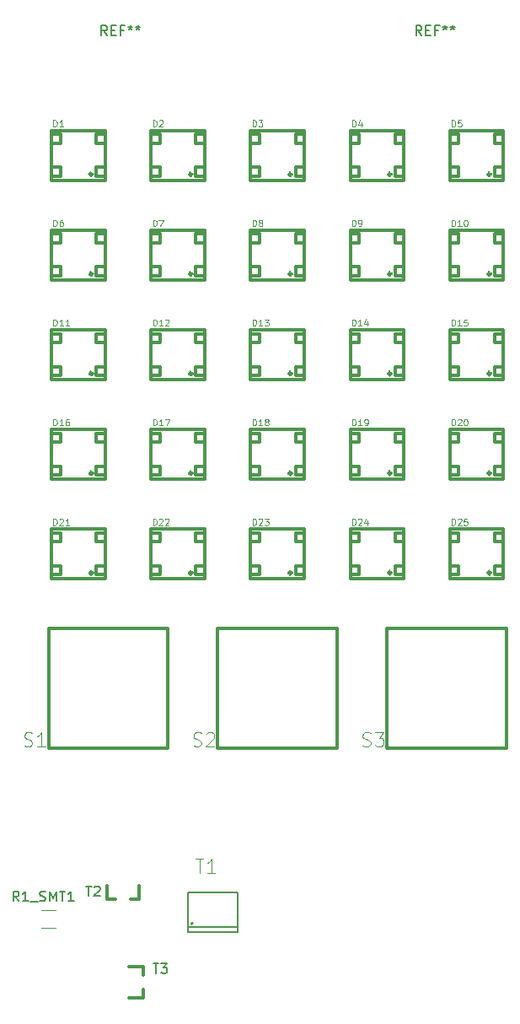
<source format=gbr>
%TF.GenerationSoftware,KiCad,Pcbnew,7.0.7*%
%TF.CreationDate,2023-09-14T14:46:07+02:00*%
%TF.ProjectId,WebW_rfel,57656257-fc72-4666-956c-2e6b69636164,rev?*%
%TF.SameCoordinates,Original*%
%TF.FileFunction,Legend,Top*%
%TF.FilePolarity,Positive*%
%FSLAX46Y46*%
G04 Gerber Fmt 4.6, Leading zero omitted, Abs format (unit mm)*
G04 Created by KiCad (PCBNEW 7.0.7) date 2023-09-14 14:46:07*
%MOMM*%
%LPD*%
G01*
G04 APERTURE LIST*
%ADD10C,0.150000*%
%ADD11C,0.056000*%
%ADD12C,0.120000*%
%ADD13C,0.160000*%
%ADD14C,0.300000*%
%ADD15C,0.200000*%
G04 APERTURE END LIST*
D10*
X116166666Y-48454819D02*
X115833333Y-47978628D01*
X115595238Y-48454819D02*
X115595238Y-47454819D01*
X115595238Y-47454819D02*
X115976190Y-47454819D01*
X115976190Y-47454819D02*
X116071428Y-47502438D01*
X116071428Y-47502438D02*
X116119047Y-47550057D01*
X116119047Y-47550057D02*
X116166666Y-47645295D01*
X116166666Y-47645295D02*
X116166666Y-47788152D01*
X116166666Y-47788152D02*
X116119047Y-47883390D01*
X116119047Y-47883390D02*
X116071428Y-47931009D01*
X116071428Y-47931009D02*
X115976190Y-47978628D01*
X115976190Y-47978628D02*
X115595238Y-47978628D01*
X116595238Y-47931009D02*
X116928571Y-47931009D01*
X117071428Y-48454819D02*
X116595238Y-48454819D01*
X116595238Y-48454819D02*
X116595238Y-47454819D01*
X116595238Y-47454819D02*
X117071428Y-47454819D01*
X117833333Y-47931009D02*
X117500000Y-47931009D01*
X117500000Y-48454819D02*
X117500000Y-47454819D01*
X117500000Y-47454819D02*
X117976190Y-47454819D01*
X118500000Y-47454819D02*
X118500000Y-47692914D01*
X118261905Y-47597676D02*
X118500000Y-47692914D01*
X118500000Y-47692914D02*
X118738095Y-47597676D01*
X118357143Y-47883390D02*
X118500000Y-47692914D01*
X118500000Y-47692914D02*
X118642857Y-47883390D01*
X119261905Y-47454819D02*
X119261905Y-47692914D01*
X119023810Y-47597676D02*
X119261905Y-47692914D01*
X119261905Y-47692914D02*
X119500000Y-47597676D01*
X119119048Y-47883390D02*
X119261905Y-47692914D01*
X119261905Y-47692914D02*
X119404762Y-47883390D01*
X147766666Y-48454819D02*
X147433333Y-47978628D01*
X147195238Y-48454819D02*
X147195238Y-47454819D01*
X147195238Y-47454819D02*
X147576190Y-47454819D01*
X147576190Y-47454819D02*
X147671428Y-47502438D01*
X147671428Y-47502438D02*
X147719047Y-47550057D01*
X147719047Y-47550057D02*
X147766666Y-47645295D01*
X147766666Y-47645295D02*
X147766666Y-47788152D01*
X147766666Y-47788152D02*
X147719047Y-47883390D01*
X147719047Y-47883390D02*
X147671428Y-47931009D01*
X147671428Y-47931009D02*
X147576190Y-47978628D01*
X147576190Y-47978628D02*
X147195238Y-47978628D01*
X148195238Y-47931009D02*
X148528571Y-47931009D01*
X148671428Y-48454819D02*
X148195238Y-48454819D01*
X148195238Y-48454819D02*
X148195238Y-47454819D01*
X148195238Y-47454819D02*
X148671428Y-47454819D01*
X149433333Y-47931009D02*
X149100000Y-47931009D01*
X149100000Y-48454819D02*
X149100000Y-47454819D01*
X149100000Y-47454819D02*
X149576190Y-47454819D01*
X150100000Y-47454819D02*
X150100000Y-47692914D01*
X149861905Y-47597676D02*
X150100000Y-47692914D01*
X150100000Y-47692914D02*
X150338095Y-47597676D01*
X149957143Y-47883390D02*
X150100000Y-47692914D01*
X150100000Y-47692914D02*
X150242857Y-47883390D01*
X150861905Y-47454819D02*
X150861905Y-47692914D01*
X150623810Y-47597676D02*
X150861905Y-47692914D01*
X150861905Y-47692914D02*
X151100000Y-47597676D01*
X150719048Y-47883390D02*
X150861905Y-47692914D01*
X150861905Y-47692914D02*
X151004762Y-47883390D01*
D11*
X150780175Y-77618274D02*
X150780175Y-76974274D01*
X150780175Y-76974274D02*
X150933508Y-76974274D01*
X150933508Y-76974274D02*
X151025508Y-77004941D01*
X151025508Y-77004941D02*
X151086842Y-77066274D01*
X151086842Y-77066274D02*
X151117508Y-77127608D01*
X151117508Y-77127608D02*
X151148175Y-77250274D01*
X151148175Y-77250274D02*
X151148175Y-77342274D01*
X151148175Y-77342274D02*
X151117508Y-77464941D01*
X151117508Y-77464941D02*
X151086842Y-77526274D01*
X151086842Y-77526274D02*
X151025508Y-77587608D01*
X151025508Y-77587608D02*
X150933508Y-77618274D01*
X150933508Y-77618274D02*
X150780175Y-77618274D01*
X151761508Y-77618274D02*
X151393508Y-77618274D01*
X151577508Y-77618274D02*
X151577508Y-76974274D01*
X151577508Y-76974274D02*
X151516175Y-77066274D01*
X151516175Y-77066274D02*
X151454842Y-77127608D01*
X151454842Y-77127608D02*
X151393508Y-77158274D01*
X152344175Y-76974274D02*
X152037508Y-76974274D01*
X152037508Y-76974274D02*
X152006841Y-77280941D01*
X152006841Y-77280941D02*
X152037508Y-77250274D01*
X152037508Y-77250274D02*
X152098841Y-77219608D01*
X152098841Y-77219608D02*
X152252175Y-77219608D01*
X152252175Y-77219608D02*
X152313508Y-77250274D01*
X152313508Y-77250274D02*
X152344175Y-77280941D01*
X152344175Y-77280941D02*
X152374841Y-77342274D01*
X152374841Y-77342274D02*
X152374841Y-77495608D01*
X152374841Y-77495608D02*
X152344175Y-77556941D01*
X152344175Y-77556941D02*
X152313508Y-77587608D01*
X152313508Y-77587608D02*
X152252175Y-77618274D01*
X152252175Y-77618274D02*
X152098841Y-77618274D01*
X152098841Y-77618274D02*
X152037508Y-77587608D01*
X152037508Y-77587608D02*
X152006841Y-77556941D01*
X130780175Y-87618274D02*
X130780175Y-86974274D01*
X130780175Y-86974274D02*
X130933508Y-86974274D01*
X130933508Y-86974274D02*
X131025508Y-87004941D01*
X131025508Y-87004941D02*
X131086842Y-87066274D01*
X131086842Y-87066274D02*
X131117508Y-87127608D01*
X131117508Y-87127608D02*
X131148175Y-87250274D01*
X131148175Y-87250274D02*
X131148175Y-87342274D01*
X131148175Y-87342274D02*
X131117508Y-87464941D01*
X131117508Y-87464941D02*
X131086842Y-87526274D01*
X131086842Y-87526274D02*
X131025508Y-87587608D01*
X131025508Y-87587608D02*
X130933508Y-87618274D01*
X130933508Y-87618274D02*
X130780175Y-87618274D01*
X131761508Y-87618274D02*
X131393508Y-87618274D01*
X131577508Y-87618274D02*
X131577508Y-86974274D01*
X131577508Y-86974274D02*
X131516175Y-87066274D01*
X131516175Y-87066274D02*
X131454842Y-87127608D01*
X131454842Y-87127608D02*
X131393508Y-87158274D01*
X132129508Y-87250274D02*
X132068175Y-87219608D01*
X132068175Y-87219608D02*
X132037508Y-87188941D01*
X132037508Y-87188941D02*
X132006841Y-87127608D01*
X132006841Y-87127608D02*
X132006841Y-87096941D01*
X132006841Y-87096941D02*
X132037508Y-87035608D01*
X132037508Y-87035608D02*
X132068175Y-87004941D01*
X132068175Y-87004941D02*
X132129508Y-86974274D01*
X132129508Y-86974274D02*
X132252175Y-86974274D01*
X132252175Y-86974274D02*
X132313508Y-87004941D01*
X132313508Y-87004941D02*
X132344175Y-87035608D01*
X132344175Y-87035608D02*
X132374841Y-87096941D01*
X132374841Y-87096941D02*
X132374841Y-87127608D01*
X132374841Y-87127608D02*
X132344175Y-87188941D01*
X132344175Y-87188941D02*
X132313508Y-87219608D01*
X132313508Y-87219608D02*
X132252175Y-87250274D01*
X132252175Y-87250274D02*
X132129508Y-87250274D01*
X132129508Y-87250274D02*
X132068175Y-87280941D01*
X132068175Y-87280941D02*
X132037508Y-87311608D01*
X132037508Y-87311608D02*
X132006841Y-87372941D01*
X132006841Y-87372941D02*
X132006841Y-87495608D01*
X132006841Y-87495608D02*
X132037508Y-87556941D01*
X132037508Y-87556941D02*
X132068175Y-87587608D01*
X132068175Y-87587608D02*
X132129508Y-87618274D01*
X132129508Y-87618274D02*
X132252175Y-87618274D01*
X132252175Y-87618274D02*
X132313508Y-87587608D01*
X132313508Y-87587608D02*
X132344175Y-87556941D01*
X132344175Y-87556941D02*
X132374841Y-87495608D01*
X132374841Y-87495608D02*
X132374841Y-87372941D01*
X132374841Y-87372941D02*
X132344175Y-87311608D01*
X132344175Y-87311608D02*
X132313508Y-87280941D01*
X132313508Y-87280941D02*
X132252175Y-87250274D01*
D12*
X107841804Y-119759160D02*
X108038947Y-119824874D01*
X108038947Y-119824874D02*
X108367518Y-119824874D01*
X108367518Y-119824874D02*
X108498947Y-119759160D01*
X108498947Y-119759160D02*
X108564661Y-119693445D01*
X108564661Y-119693445D02*
X108630375Y-119562017D01*
X108630375Y-119562017D02*
X108630375Y-119430588D01*
X108630375Y-119430588D02*
X108564661Y-119299160D01*
X108564661Y-119299160D02*
X108498947Y-119233445D01*
X108498947Y-119233445D02*
X108367518Y-119167731D01*
X108367518Y-119167731D02*
X108104661Y-119102017D01*
X108104661Y-119102017D02*
X107973232Y-119036302D01*
X107973232Y-119036302D02*
X107907518Y-118970588D01*
X107907518Y-118970588D02*
X107841804Y-118839160D01*
X107841804Y-118839160D02*
X107841804Y-118707731D01*
X107841804Y-118707731D02*
X107907518Y-118576302D01*
X107907518Y-118576302D02*
X107973232Y-118510588D01*
X107973232Y-118510588D02*
X108104661Y-118444874D01*
X108104661Y-118444874D02*
X108433232Y-118444874D01*
X108433232Y-118444874D02*
X108630375Y-118510588D01*
X109944661Y-119824874D02*
X109156090Y-119824874D01*
X109550375Y-119824874D02*
X109550375Y-118444874D01*
X109550375Y-118444874D02*
X109418947Y-118642017D01*
X109418947Y-118642017D02*
X109287518Y-118773445D01*
X109287518Y-118773445D02*
X109156090Y-118839160D01*
D11*
X130780175Y-57618274D02*
X130780175Y-56974274D01*
X130780175Y-56974274D02*
X130933508Y-56974274D01*
X130933508Y-56974274D02*
X131025508Y-57004941D01*
X131025508Y-57004941D02*
X131086842Y-57066274D01*
X131086842Y-57066274D02*
X131117508Y-57127608D01*
X131117508Y-57127608D02*
X131148175Y-57250274D01*
X131148175Y-57250274D02*
X131148175Y-57342274D01*
X131148175Y-57342274D02*
X131117508Y-57464941D01*
X131117508Y-57464941D02*
X131086842Y-57526274D01*
X131086842Y-57526274D02*
X131025508Y-57587608D01*
X131025508Y-57587608D02*
X130933508Y-57618274D01*
X130933508Y-57618274D02*
X130780175Y-57618274D01*
X131362842Y-56974274D02*
X131761508Y-56974274D01*
X131761508Y-56974274D02*
X131546842Y-57219608D01*
X131546842Y-57219608D02*
X131638842Y-57219608D01*
X131638842Y-57219608D02*
X131700175Y-57250274D01*
X131700175Y-57250274D02*
X131730842Y-57280941D01*
X131730842Y-57280941D02*
X131761508Y-57342274D01*
X131761508Y-57342274D02*
X131761508Y-57495608D01*
X131761508Y-57495608D02*
X131730842Y-57556941D01*
X131730842Y-57556941D02*
X131700175Y-57587608D01*
X131700175Y-57587608D02*
X131638842Y-57618274D01*
X131638842Y-57618274D02*
X131454842Y-57618274D01*
X131454842Y-57618274D02*
X131393508Y-57587608D01*
X131393508Y-57587608D02*
X131362842Y-57556941D01*
X140780175Y-87618274D02*
X140780175Y-86974274D01*
X140780175Y-86974274D02*
X140933508Y-86974274D01*
X140933508Y-86974274D02*
X141025508Y-87004941D01*
X141025508Y-87004941D02*
X141086842Y-87066274D01*
X141086842Y-87066274D02*
X141117508Y-87127608D01*
X141117508Y-87127608D02*
X141148175Y-87250274D01*
X141148175Y-87250274D02*
X141148175Y-87342274D01*
X141148175Y-87342274D02*
X141117508Y-87464941D01*
X141117508Y-87464941D02*
X141086842Y-87526274D01*
X141086842Y-87526274D02*
X141025508Y-87587608D01*
X141025508Y-87587608D02*
X140933508Y-87618274D01*
X140933508Y-87618274D02*
X140780175Y-87618274D01*
X141761508Y-87618274D02*
X141393508Y-87618274D01*
X141577508Y-87618274D02*
X141577508Y-86974274D01*
X141577508Y-86974274D02*
X141516175Y-87066274D01*
X141516175Y-87066274D02*
X141454842Y-87127608D01*
X141454842Y-87127608D02*
X141393508Y-87158274D01*
X142068175Y-87618274D02*
X142190841Y-87618274D01*
X142190841Y-87618274D02*
X142252175Y-87587608D01*
X142252175Y-87587608D02*
X142282841Y-87556941D01*
X142282841Y-87556941D02*
X142344175Y-87464941D01*
X142344175Y-87464941D02*
X142374841Y-87342274D01*
X142374841Y-87342274D02*
X142374841Y-87096941D01*
X142374841Y-87096941D02*
X142344175Y-87035608D01*
X142344175Y-87035608D02*
X142313508Y-87004941D01*
X142313508Y-87004941D02*
X142252175Y-86974274D01*
X142252175Y-86974274D02*
X142129508Y-86974274D01*
X142129508Y-86974274D02*
X142068175Y-87004941D01*
X142068175Y-87004941D02*
X142037508Y-87035608D01*
X142037508Y-87035608D02*
X142006841Y-87096941D01*
X142006841Y-87096941D02*
X142006841Y-87250274D01*
X142006841Y-87250274D02*
X142037508Y-87311608D01*
X142037508Y-87311608D02*
X142068175Y-87342274D01*
X142068175Y-87342274D02*
X142129508Y-87372941D01*
X142129508Y-87372941D02*
X142252175Y-87372941D01*
X142252175Y-87372941D02*
X142313508Y-87342274D01*
X142313508Y-87342274D02*
X142344175Y-87311608D01*
X142344175Y-87311608D02*
X142374841Y-87250274D01*
X110780175Y-87618274D02*
X110780175Y-86974274D01*
X110780175Y-86974274D02*
X110933508Y-86974274D01*
X110933508Y-86974274D02*
X111025508Y-87004941D01*
X111025508Y-87004941D02*
X111086842Y-87066274D01*
X111086842Y-87066274D02*
X111117508Y-87127608D01*
X111117508Y-87127608D02*
X111148175Y-87250274D01*
X111148175Y-87250274D02*
X111148175Y-87342274D01*
X111148175Y-87342274D02*
X111117508Y-87464941D01*
X111117508Y-87464941D02*
X111086842Y-87526274D01*
X111086842Y-87526274D02*
X111025508Y-87587608D01*
X111025508Y-87587608D02*
X110933508Y-87618274D01*
X110933508Y-87618274D02*
X110780175Y-87618274D01*
X111761508Y-87618274D02*
X111393508Y-87618274D01*
X111577508Y-87618274D02*
X111577508Y-86974274D01*
X111577508Y-86974274D02*
X111516175Y-87066274D01*
X111516175Y-87066274D02*
X111454842Y-87127608D01*
X111454842Y-87127608D02*
X111393508Y-87158274D01*
X112313508Y-86974274D02*
X112190841Y-86974274D01*
X112190841Y-86974274D02*
X112129508Y-87004941D01*
X112129508Y-87004941D02*
X112098841Y-87035608D01*
X112098841Y-87035608D02*
X112037508Y-87127608D01*
X112037508Y-87127608D02*
X112006841Y-87250274D01*
X112006841Y-87250274D02*
X112006841Y-87495608D01*
X112006841Y-87495608D02*
X112037508Y-87556941D01*
X112037508Y-87556941D02*
X112068175Y-87587608D01*
X112068175Y-87587608D02*
X112129508Y-87618274D01*
X112129508Y-87618274D02*
X112252175Y-87618274D01*
X112252175Y-87618274D02*
X112313508Y-87587608D01*
X112313508Y-87587608D02*
X112344175Y-87556941D01*
X112344175Y-87556941D02*
X112374841Y-87495608D01*
X112374841Y-87495608D02*
X112374841Y-87342274D01*
X112374841Y-87342274D02*
X112344175Y-87280941D01*
X112344175Y-87280941D02*
X112313508Y-87250274D01*
X112313508Y-87250274D02*
X112252175Y-87219608D01*
X112252175Y-87219608D02*
X112129508Y-87219608D01*
X112129508Y-87219608D02*
X112068175Y-87250274D01*
X112068175Y-87250274D02*
X112037508Y-87280941D01*
X112037508Y-87280941D02*
X112006841Y-87342274D01*
D10*
X107297618Y-135364819D02*
X106964285Y-134888628D01*
X106726190Y-135364819D02*
X106726190Y-134364819D01*
X106726190Y-134364819D02*
X107107142Y-134364819D01*
X107107142Y-134364819D02*
X107202380Y-134412438D01*
X107202380Y-134412438D02*
X107249999Y-134460057D01*
X107249999Y-134460057D02*
X107297618Y-134555295D01*
X107297618Y-134555295D02*
X107297618Y-134698152D01*
X107297618Y-134698152D02*
X107249999Y-134793390D01*
X107249999Y-134793390D02*
X107202380Y-134841009D01*
X107202380Y-134841009D02*
X107107142Y-134888628D01*
X107107142Y-134888628D02*
X106726190Y-134888628D01*
X108249999Y-135364819D02*
X107678571Y-135364819D01*
X107964285Y-135364819D02*
X107964285Y-134364819D01*
X107964285Y-134364819D02*
X107869047Y-134507676D01*
X107869047Y-134507676D02*
X107773809Y-134602914D01*
X107773809Y-134602914D02*
X107678571Y-134650533D01*
X108440476Y-135460057D02*
X109202380Y-135460057D01*
X109392857Y-135317200D02*
X109535714Y-135364819D01*
X109535714Y-135364819D02*
X109773809Y-135364819D01*
X109773809Y-135364819D02*
X109869047Y-135317200D01*
X109869047Y-135317200D02*
X109916666Y-135269580D01*
X109916666Y-135269580D02*
X109964285Y-135174342D01*
X109964285Y-135174342D02*
X109964285Y-135079104D01*
X109964285Y-135079104D02*
X109916666Y-134983866D01*
X109916666Y-134983866D02*
X109869047Y-134936247D01*
X109869047Y-134936247D02*
X109773809Y-134888628D01*
X109773809Y-134888628D02*
X109583333Y-134841009D01*
X109583333Y-134841009D02*
X109488095Y-134793390D01*
X109488095Y-134793390D02*
X109440476Y-134745771D01*
X109440476Y-134745771D02*
X109392857Y-134650533D01*
X109392857Y-134650533D02*
X109392857Y-134555295D01*
X109392857Y-134555295D02*
X109440476Y-134460057D01*
X109440476Y-134460057D02*
X109488095Y-134412438D01*
X109488095Y-134412438D02*
X109583333Y-134364819D01*
X109583333Y-134364819D02*
X109821428Y-134364819D01*
X109821428Y-134364819D02*
X109964285Y-134412438D01*
X110392857Y-135364819D02*
X110392857Y-134364819D01*
X110392857Y-134364819D02*
X110726190Y-135079104D01*
X110726190Y-135079104D02*
X111059523Y-134364819D01*
X111059523Y-134364819D02*
X111059523Y-135364819D01*
X111392857Y-134364819D02*
X111964285Y-134364819D01*
X111678571Y-135364819D02*
X111678571Y-134364819D01*
X112821428Y-135364819D02*
X112250000Y-135364819D01*
X112535714Y-135364819D02*
X112535714Y-134364819D01*
X112535714Y-134364819D02*
X112440476Y-134507676D01*
X112440476Y-134507676D02*
X112345238Y-134602914D01*
X112345238Y-134602914D02*
X112250000Y-134650533D01*
D11*
X140780175Y-77618274D02*
X140780175Y-76974274D01*
X140780175Y-76974274D02*
X140933508Y-76974274D01*
X140933508Y-76974274D02*
X141025508Y-77004941D01*
X141025508Y-77004941D02*
X141086842Y-77066274D01*
X141086842Y-77066274D02*
X141117508Y-77127608D01*
X141117508Y-77127608D02*
X141148175Y-77250274D01*
X141148175Y-77250274D02*
X141148175Y-77342274D01*
X141148175Y-77342274D02*
X141117508Y-77464941D01*
X141117508Y-77464941D02*
X141086842Y-77526274D01*
X141086842Y-77526274D02*
X141025508Y-77587608D01*
X141025508Y-77587608D02*
X140933508Y-77618274D01*
X140933508Y-77618274D02*
X140780175Y-77618274D01*
X141761508Y-77618274D02*
X141393508Y-77618274D01*
X141577508Y-77618274D02*
X141577508Y-76974274D01*
X141577508Y-76974274D02*
X141516175Y-77066274D01*
X141516175Y-77066274D02*
X141454842Y-77127608D01*
X141454842Y-77127608D02*
X141393508Y-77158274D01*
X142313508Y-77188941D02*
X142313508Y-77618274D01*
X142160175Y-76943608D02*
X142006841Y-77403608D01*
X142006841Y-77403608D02*
X142405508Y-77403608D01*
X120780175Y-57618274D02*
X120780175Y-56974274D01*
X120780175Y-56974274D02*
X120933508Y-56974274D01*
X120933508Y-56974274D02*
X121025508Y-57004941D01*
X121025508Y-57004941D02*
X121086842Y-57066274D01*
X121086842Y-57066274D02*
X121117508Y-57127608D01*
X121117508Y-57127608D02*
X121148175Y-57250274D01*
X121148175Y-57250274D02*
X121148175Y-57342274D01*
X121148175Y-57342274D02*
X121117508Y-57464941D01*
X121117508Y-57464941D02*
X121086842Y-57526274D01*
X121086842Y-57526274D02*
X121025508Y-57587608D01*
X121025508Y-57587608D02*
X120933508Y-57618274D01*
X120933508Y-57618274D02*
X120780175Y-57618274D01*
X121393508Y-57035608D02*
X121424175Y-57004941D01*
X121424175Y-57004941D02*
X121485508Y-56974274D01*
X121485508Y-56974274D02*
X121638842Y-56974274D01*
X121638842Y-56974274D02*
X121700175Y-57004941D01*
X121700175Y-57004941D02*
X121730842Y-57035608D01*
X121730842Y-57035608D02*
X121761508Y-57096941D01*
X121761508Y-57096941D02*
X121761508Y-57158274D01*
X121761508Y-57158274D02*
X121730842Y-57250274D01*
X121730842Y-57250274D02*
X121362842Y-57618274D01*
X121362842Y-57618274D02*
X121761508Y-57618274D01*
D13*
X114025689Y-133869299D02*
X114597117Y-133869299D01*
X114311403Y-134869299D02*
X114311403Y-133869299D01*
X114882832Y-133964537D02*
X114930451Y-133916918D01*
X114930451Y-133916918D02*
X115025689Y-133869299D01*
X115025689Y-133869299D02*
X115263784Y-133869299D01*
X115263784Y-133869299D02*
X115359022Y-133916918D01*
X115359022Y-133916918D02*
X115406641Y-133964537D01*
X115406641Y-133964537D02*
X115454260Y-134059775D01*
X115454260Y-134059775D02*
X115454260Y-134155013D01*
X115454260Y-134155013D02*
X115406641Y-134297870D01*
X115406641Y-134297870D02*
X114835213Y-134869299D01*
X114835213Y-134869299D02*
X115454260Y-134869299D01*
D11*
X140780175Y-97618274D02*
X140780175Y-96974274D01*
X140780175Y-96974274D02*
X140933508Y-96974274D01*
X140933508Y-96974274D02*
X141025508Y-97004941D01*
X141025508Y-97004941D02*
X141086842Y-97066274D01*
X141086842Y-97066274D02*
X141117508Y-97127608D01*
X141117508Y-97127608D02*
X141148175Y-97250274D01*
X141148175Y-97250274D02*
X141148175Y-97342274D01*
X141148175Y-97342274D02*
X141117508Y-97464941D01*
X141117508Y-97464941D02*
X141086842Y-97526274D01*
X141086842Y-97526274D02*
X141025508Y-97587608D01*
X141025508Y-97587608D02*
X140933508Y-97618274D01*
X140933508Y-97618274D02*
X140780175Y-97618274D01*
X141393508Y-97035608D02*
X141424175Y-97004941D01*
X141424175Y-97004941D02*
X141485508Y-96974274D01*
X141485508Y-96974274D02*
X141638842Y-96974274D01*
X141638842Y-96974274D02*
X141700175Y-97004941D01*
X141700175Y-97004941D02*
X141730842Y-97035608D01*
X141730842Y-97035608D02*
X141761508Y-97096941D01*
X141761508Y-97096941D02*
X141761508Y-97158274D01*
X141761508Y-97158274D02*
X141730842Y-97250274D01*
X141730842Y-97250274D02*
X141362842Y-97618274D01*
X141362842Y-97618274D02*
X141761508Y-97618274D01*
X142313508Y-97188941D02*
X142313508Y-97618274D01*
X142160175Y-96943608D02*
X142006841Y-97403608D01*
X142006841Y-97403608D02*
X142405508Y-97403608D01*
X150780175Y-97618274D02*
X150780175Y-96974274D01*
X150780175Y-96974274D02*
X150933508Y-96974274D01*
X150933508Y-96974274D02*
X151025508Y-97004941D01*
X151025508Y-97004941D02*
X151086842Y-97066274D01*
X151086842Y-97066274D02*
X151117508Y-97127608D01*
X151117508Y-97127608D02*
X151148175Y-97250274D01*
X151148175Y-97250274D02*
X151148175Y-97342274D01*
X151148175Y-97342274D02*
X151117508Y-97464941D01*
X151117508Y-97464941D02*
X151086842Y-97526274D01*
X151086842Y-97526274D02*
X151025508Y-97587608D01*
X151025508Y-97587608D02*
X150933508Y-97618274D01*
X150933508Y-97618274D02*
X150780175Y-97618274D01*
X151393508Y-97035608D02*
X151424175Y-97004941D01*
X151424175Y-97004941D02*
X151485508Y-96974274D01*
X151485508Y-96974274D02*
X151638842Y-96974274D01*
X151638842Y-96974274D02*
X151700175Y-97004941D01*
X151700175Y-97004941D02*
X151730842Y-97035608D01*
X151730842Y-97035608D02*
X151761508Y-97096941D01*
X151761508Y-97096941D02*
X151761508Y-97158274D01*
X151761508Y-97158274D02*
X151730842Y-97250274D01*
X151730842Y-97250274D02*
X151362842Y-97618274D01*
X151362842Y-97618274D02*
X151761508Y-97618274D01*
X152344175Y-96974274D02*
X152037508Y-96974274D01*
X152037508Y-96974274D02*
X152006841Y-97280941D01*
X152006841Y-97280941D02*
X152037508Y-97250274D01*
X152037508Y-97250274D02*
X152098841Y-97219608D01*
X152098841Y-97219608D02*
X152252175Y-97219608D01*
X152252175Y-97219608D02*
X152313508Y-97250274D01*
X152313508Y-97250274D02*
X152344175Y-97280941D01*
X152344175Y-97280941D02*
X152374841Y-97342274D01*
X152374841Y-97342274D02*
X152374841Y-97495608D01*
X152374841Y-97495608D02*
X152344175Y-97556941D01*
X152344175Y-97556941D02*
X152313508Y-97587608D01*
X152313508Y-97587608D02*
X152252175Y-97618274D01*
X152252175Y-97618274D02*
X152098841Y-97618274D01*
X152098841Y-97618274D02*
X152037508Y-97587608D01*
X152037508Y-97587608D02*
X152006841Y-97556941D01*
X150780175Y-87618274D02*
X150780175Y-86974274D01*
X150780175Y-86974274D02*
X150933508Y-86974274D01*
X150933508Y-86974274D02*
X151025508Y-87004941D01*
X151025508Y-87004941D02*
X151086842Y-87066274D01*
X151086842Y-87066274D02*
X151117508Y-87127608D01*
X151117508Y-87127608D02*
X151148175Y-87250274D01*
X151148175Y-87250274D02*
X151148175Y-87342274D01*
X151148175Y-87342274D02*
X151117508Y-87464941D01*
X151117508Y-87464941D02*
X151086842Y-87526274D01*
X151086842Y-87526274D02*
X151025508Y-87587608D01*
X151025508Y-87587608D02*
X150933508Y-87618274D01*
X150933508Y-87618274D02*
X150780175Y-87618274D01*
X151393508Y-87035608D02*
X151424175Y-87004941D01*
X151424175Y-87004941D02*
X151485508Y-86974274D01*
X151485508Y-86974274D02*
X151638842Y-86974274D01*
X151638842Y-86974274D02*
X151700175Y-87004941D01*
X151700175Y-87004941D02*
X151730842Y-87035608D01*
X151730842Y-87035608D02*
X151761508Y-87096941D01*
X151761508Y-87096941D02*
X151761508Y-87158274D01*
X151761508Y-87158274D02*
X151730842Y-87250274D01*
X151730842Y-87250274D02*
X151362842Y-87618274D01*
X151362842Y-87618274D02*
X151761508Y-87618274D01*
X152160175Y-86974274D02*
X152221508Y-86974274D01*
X152221508Y-86974274D02*
X152282841Y-87004941D01*
X152282841Y-87004941D02*
X152313508Y-87035608D01*
X152313508Y-87035608D02*
X152344175Y-87096941D01*
X152344175Y-87096941D02*
X152374841Y-87219608D01*
X152374841Y-87219608D02*
X152374841Y-87372941D01*
X152374841Y-87372941D02*
X152344175Y-87495608D01*
X152344175Y-87495608D02*
X152313508Y-87556941D01*
X152313508Y-87556941D02*
X152282841Y-87587608D01*
X152282841Y-87587608D02*
X152221508Y-87618274D01*
X152221508Y-87618274D02*
X152160175Y-87618274D01*
X152160175Y-87618274D02*
X152098841Y-87587608D01*
X152098841Y-87587608D02*
X152068175Y-87556941D01*
X152068175Y-87556941D02*
X152037508Y-87495608D01*
X152037508Y-87495608D02*
X152006841Y-87372941D01*
X152006841Y-87372941D02*
X152006841Y-87219608D01*
X152006841Y-87219608D02*
X152037508Y-87096941D01*
X152037508Y-87096941D02*
X152068175Y-87035608D01*
X152068175Y-87035608D02*
X152098841Y-87004941D01*
X152098841Y-87004941D02*
X152160175Y-86974274D01*
X110780175Y-77618274D02*
X110780175Y-76974274D01*
X110780175Y-76974274D02*
X110933508Y-76974274D01*
X110933508Y-76974274D02*
X111025508Y-77004941D01*
X111025508Y-77004941D02*
X111086842Y-77066274D01*
X111086842Y-77066274D02*
X111117508Y-77127608D01*
X111117508Y-77127608D02*
X111148175Y-77250274D01*
X111148175Y-77250274D02*
X111148175Y-77342274D01*
X111148175Y-77342274D02*
X111117508Y-77464941D01*
X111117508Y-77464941D02*
X111086842Y-77526274D01*
X111086842Y-77526274D02*
X111025508Y-77587608D01*
X111025508Y-77587608D02*
X110933508Y-77618274D01*
X110933508Y-77618274D02*
X110780175Y-77618274D01*
X111761508Y-77618274D02*
X111393508Y-77618274D01*
X111577508Y-77618274D02*
X111577508Y-76974274D01*
X111577508Y-76974274D02*
X111516175Y-77066274D01*
X111516175Y-77066274D02*
X111454842Y-77127608D01*
X111454842Y-77127608D02*
X111393508Y-77158274D01*
X112374841Y-77618274D02*
X112006841Y-77618274D01*
X112190841Y-77618274D02*
X112190841Y-76974274D01*
X112190841Y-76974274D02*
X112129508Y-77066274D01*
X112129508Y-77066274D02*
X112068175Y-77127608D01*
X112068175Y-77127608D02*
X112006841Y-77158274D01*
D12*
X141841804Y-119759160D02*
X142038947Y-119824874D01*
X142038947Y-119824874D02*
X142367518Y-119824874D01*
X142367518Y-119824874D02*
X142498947Y-119759160D01*
X142498947Y-119759160D02*
X142564661Y-119693445D01*
X142564661Y-119693445D02*
X142630375Y-119562017D01*
X142630375Y-119562017D02*
X142630375Y-119430588D01*
X142630375Y-119430588D02*
X142564661Y-119299160D01*
X142564661Y-119299160D02*
X142498947Y-119233445D01*
X142498947Y-119233445D02*
X142367518Y-119167731D01*
X142367518Y-119167731D02*
X142104661Y-119102017D01*
X142104661Y-119102017D02*
X141973232Y-119036302D01*
X141973232Y-119036302D02*
X141907518Y-118970588D01*
X141907518Y-118970588D02*
X141841804Y-118839160D01*
X141841804Y-118839160D02*
X141841804Y-118707731D01*
X141841804Y-118707731D02*
X141907518Y-118576302D01*
X141907518Y-118576302D02*
X141973232Y-118510588D01*
X141973232Y-118510588D02*
X142104661Y-118444874D01*
X142104661Y-118444874D02*
X142433232Y-118444874D01*
X142433232Y-118444874D02*
X142630375Y-118510588D01*
X143090375Y-118444874D02*
X143944661Y-118444874D01*
X143944661Y-118444874D02*
X143484661Y-118970588D01*
X143484661Y-118970588D02*
X143681804Y-118970588D01*
X143681804Y-118970588D02*
X143813233Y-119036302D01*
X143813233Y-119036302D02*
X143878947Y-119102017D01*
X143878947Y-119102017D02*
X143944661Y-119233445D01*
X143944661Y-119233445D02*
X143944661Y-119562017D01*
X143944661Y-119562017D02*
X143878947Y-119693445D01*
X143878947Y-119693445D02*
X143813233Y-119759160D01*
X143813233Y-119759160D02*
X143681804Y-119824874D01*
X143681804Y-119824874D02*
X143287518Y-119824874D01*
X143287518Y-119824874D02*
X143156090Y-119759160D01*
X143156090Y-119759160D02*
X143090375Y-119693445D01*
D11*
X110780175Y-97618274D02*
X110780175Y-96974274D01*
X110780175Y-96974274D02*
X110933508Y-96974274D01*
X110933508Y-96974274D02*
X111025508Y-97004941D01*
X111025508Y-97004941D02*
X111086842Y-97066274D01*
X111086842Y-97066274D02*
X111117508Y-97127608D01*
X111117508Y-97127608D02*
X111148175Y-97250274D01*
X111148175Y-97250274D02*
X111148175Y-97342274D01*
X111148175Y-97342274D02*
X111117508Y-97464941D01*
X111117508Y-97464941D02*
X111086842Y-97526274D01*
X111086842Y-97526274D02*
X111025508Y-97587608D01*
X111025508Y-97587608D02*
X110933508Y-97618274D01*
X110933508Y-97618274D02*
X110780175Y-97618274D01*
X111393508Y-97035608D02*
X111424175Y-97004941D01*
X111424175Y-97004941D02*
X111485508Y-96974274D01*
X111485508Y-96974274D02*
X111638842Y-96974274D01*
X111638842Y-96974274D02*
X111700175Y-97004941D01*
X111700175Y-97004941D02*
X111730842Y-97035608D01*
X111730842Y-97035608D02*
X111761508Y-97096941D01*
X111761508Y-97096941D02*
X111761508Y-97158274D01*
X111761508Y-97158274D02*
X111730842Y-97250274D01*
X111730842Y-97250274D02*
X111362842Y-97618274D01*
X111362842Y-97618274D02*
X111761508Y-97618274D01*
X112374841Y-97618274D02*
X112006841Y-97618274D01*
X112190841Y-97618274D02*
X112190841Y-96974274D01*
X112190841Y-96974274D02*
X112129508Y-97066274D01*
X112129508Y-97066274D02*
X112068175Y-97127608D01*
X112068175Y-97127608D02*
X112006841Y-97158274D01*
X120780175Y-77618274D02*
X120780175Y-76974274D01*
X120780175Y-76974274D02*
X120933508Y-76974274D01*
X120933508Y-76974274D02*
X121025508Y-77004941D01*
X121025508Y-77004941D02*
X121086842Y-77066274D01*
X121086842Y-77066274D02*
X121117508Y-77127608D01*
X121117508Y-77127608D02*
X121148175Y-77250274D01*
X121148175Y-77250274D02*
X121148175Y-77342274D01*
X121148175Y-77342274D02*
X121117508Y-77464941D01*
X121117508Y-77464941D02*
X121086842Y-77526274D01*
X121086842Y-77526274D02*
X121025508Y-77587608D01*
X121025508Y-77587608D02*
X120933508Y-77618274D01*
X120933508Y-77618274D02*
X120780175Y-77618274D01*
X121761508Y-77618274D02*
X121393508Y-77618274D01*
X121577508Y-77618274D02*
X121577508Y-76974274D01*
X121577508Y-76974274D02*
X121516175Y-77066274D01*
X121516175Y-77066274D02*
X121454842Y-77127608D01*
X121454842Y-77127608D02*
X121393508Y-77158274D01*
X122006841Y-77035608D02*
X122037508Y-77004941D01*
X122037508Y-77004941D02*
X122098841Y-76974274D01*
X122098841Y-76974274D02*
X122252175Y-76974274D01*
X122252175Y-76974274D02*
X122313508Y-77004941D01*
X122313508Y-77004941D02*
X122344175Y-77035608D01*
X122344175Y-77035608D02*
X122374841Y-77096941D01*
X122374841Y-77096941D02*
X122374841Y-77158274D01*
X122374841Y-77158274D02*
X122344175Y-77250274D01*
X122344175Y-77250274D02*
X121976175Y-77618274D01*
X121976175Y-77618274D02*
X122374841Y-77618274D01*
X110780175Y-67618274D02*
X110780175Y-66974274D01*
X110780175Y-66974274D02*
X110933508Y-66974274D01*
X110933508Y-66974274D02*
X111025508Y-67004941D01*
X111025508Y-67004941D02*
X111086842Y-67066274D01*
X111086842Y-67066274D02*
X111117508Y-67127608D01*
X111117508Y-67127608D02*
X111148175Y-67250274D01*
X111148175Y-67250274D02*
X111148175Y-67342274D01*
X111148175Y-67342274D02*
X111117508Y-67464941D01*
X111117508Y-67464941D02*
X111086842Y-67526274D01*
X111086842Y-67526274D02*
X111025508Y-67587608D01*
X111025508Y-67587608D02*
X110933508Y-67618274D01*
X110933508Y-67618274D02*
X110780175Y-67618274D01*
X111700175Y-66974274D02*
X111577508Y-66974274D01*
X111577508Y-66974274D02*
X111516175Y-67004941D01*
X111516175Y-67004941D02*
X111485508Y-67035608D01*
X111485508Y-67035608D02*
X111424175Y-67127608D01*
X111424175Y-67127608D02*
X111393508Y-67250274D01*
X111393508Y-67250274D02*
X111393508Y-67495608D01*
X111393508Y-67495608D02*
X111424175Y-67556941D01*
X111424175Y-67556941D02*
X111454842Y-67587608D01*
X111454842Y-67587608D02*
X111516175Y-67618274D01*
X111516175Y-67618274D02*
X111638842Y-67618274D01*
X111638842Y-67618274D02*
X111700175Y-67587608D01*
X111700175Y-67587608D02*
X111730842Y-67556941D01*
X111730842Y-67556941D02*
X111761508Y-67495608D01*
X111761508Y-67495608D02*
X111761508Y-67342274D01*
X111761508Y-67342274D02*
X111730842Y-67280941D01*
X111730842Y-67280941D02*
X111700175Y-67250274D01*
X111700175Y-67250274D02*
X111638842Y-67219608D01*
X111638842Y-67219608D02*
X111516175Y-67219608D01*
X111516175Y-67219608D02*
X111454842Y-67250274D01*
X111454842Y-67250274D02*
X111424175Y-67280941D01*
X111424175Y-67280941D02*
X111393508Y-67342274D01*
X130780175Y-77618274D02*
X130780175Y-76974274D01*
X130780175Y-76974274D02*
X130933508Y-76974274D01*
X130933508Y-76974274D02*
X131025508Y-77004941D01*
X131025508Y-77004941D02*
X131086842Y-77066274D01*
X131086842Y-77066274D02*
X131117508Y-77127608D01*
X131117508Y-77127608D02*
X131148175Y-77250274D01*
X131148175Y-77250274D02*
X131148175Y-77342274D01*
X131148175Y-77342274D02*
X131117508Y-77464941D01*
X131117508Y-77464941D02*
X131086842Y-77526274D01*
X131086842Y-77526274D02*
X131025508Y-77587608D01*
X131025508Y-77587608D02*
X130933508Y-77618274D01*
X130933508Y-77618274D02*
X130780175Y-77618274D01*
X131761508Y-77618274D02*
X131393508Y-77618274D01*
X131577508Y-77618274D02*
X131577508Y-76974274D01*
X131577508Y-76974274D02*
X131516175Y-77066274D01*
X131516175Y-77066274D02*
X131454842Y-77127608D01*
X131454842Y-77127608D02*
X131393508Y-77158274D01*
X131976175Y-76974274D02*
X132374841Y-76974274D01*
X132374841Y-76974274D02*
X132160175Y-77219608D01*
X132160175Y-77219608D02*
X132252175Y-77219608D01*
X132252175Y-77219608D02*
X132313508Y-77250274D01*
X132313508Y-77250274D02*
X132344175Y-77280941D01*
X132344175Y-77280941D02*
X132374841Y-77342274D01*
X132374841Y-77342274D02*
X132374841Y-77495608D01*
X132374841Y-77495608D02*
X132344175Y-77556941D01*
X132344175Y-77556941D02*
X132313508Y-77587608D01*
X132313508Y-77587608D02*
X132252175Y-77618274D01*
X132252175Y-77618274D02*
X132068175Y-77618274D01*
X132068175Y-77618274D02*
X132006841Y-77587608D01*
X132006841Y-77587608D02*
X131976175Y-77556941D01*
X150780175Y-67618274D02*
X150780175Y-66974274D01*
X150780175Y-66974274D02*
X150933508Y-66974274D01*
X150933508Y-66974274D02*
X151025508Y-67004941D01*
X151025508Y-67004941D02*
X151086842Y-67066274D01*
X151086842Y-67066274D02*
X151117508Y-67127608D01*
X151117508Y-67127608D02*
X151148175Y-67250274D01*
X151148175Y-67250274D02*
X151148175Y-67342274D01*
X151148175Y-67342274D02*
X151117508Y-67464941D01*
X151117508Y-67464941D02*
X151086842Y-67526274D01*
X151086842Y-67526274D02*
X151025508Y-67587608D01*
X151025508Y-67587608D02*
X150933508Y-67618274D01*
X150933508Y-67618274D02*
X150780175Y-67618274D01*
X151761508Y-67618274D02*
X151393508Y-67618274D01*
X151577508Y-67618274D02*
X151577508Y-66974274D01*
X151577508Y-66974274D02*
X151516175Y-67066274D01*
X151516175Y-67066274D02*
X151454842Y-67127608D01*
X151454842Y-67127608D02*
X151393508Y-67158274D01*
X152160175Y-66974274D02*
X152221508Y-66974274D01*
X152221508Y-66974274D02*
X152282841Y-67004941D01*
X152282841Y-67004941D02*
X152313508Y-67035608D01*
X152313508Y-67035608D02*
X152344175Y-67096941D01*
X152344175Y-67096941D02*
X152374841Y-67219608D01*
X152374841Y-67219608D02*
X152374841Y-67372941D01*
X152374841Y-67372941D02*
X152344175Y-67495608D01*
X152344175Y-67495608D02*
X152313508Y-67556941D01*
X152313508Y-67556941D02*
X152282841Y-67587608D01*
X152282841Y-67587608D02*
X152221508Y-67618274D01*
X152221508Y-67618274D02*
X152160175Y-67618274D01*
X152160175Y-67618274D02*
X152098841Y-67587608D01*
X152098841Y-67587608D02*
X152068175Y-67556941D01*
X152068175Y-67556941D02*
X152037508Y-67495608D01*
X152037508Y-67495608D02*
X152006841Y-67372941D01*
X152006841Y-67372941D02*
X152006841Y-67219608D01*
X152006841Y-67219608D02*
X152037508Y-67096941D01*
X152037508Y-67096941D02*
X152068175Y-67035608D01*
X152068175Y-67035608D02*
X152098841Y-67004941D01*
X152098841Y-67004941D02*
X152160175Y-66974274D01*
X120780175Y-67618274D02*
X120780175Y-66974274D01*
X120780175Y-66974274D02*
X120933508Y-66974274D01*
X120933508Y-66974274D02*
X121025508Y-67004941D01*
X121025508Y-67004941D02*
X121086842Y-67066274D01*
X121086842Y-67066274D02*
X121117508Y-67127608D01*
X121117508Y-67127608D02*
X121148175Y-67250274D01*
X121148175Y-67250274D02*
X121148175Y-67342274D01*
X121148175Y-67342274D02*
X121117508Y-67464941D01*
X121117508Y-67464941D02*
X121086842Y-67526274D01*
X121086842Y-67526274D02*
X121025508Y-67587608D01*
X121025508Y-67587608D02*
X120933508Y-67618274D01*
X120933508Y-67618274D02*
X120780175Y-67618274D01*
X121362842Y-66974274D02*
X121792175Y-66974274D01*
X121792175Y-66974274D02*
X121516175Y-67618274D01*
X140780175Y-57618274D02*
X140780175Y-56974274D01*
X140780175Y-56974274D02*
X140933508Y-56974274D01*
X140933508Y-56974274D02*
X141025508Y-57004941D01*
X141025508Y-57004941D02*
X141086842Y-57066274D01*
X141086842Y-57066274D02*
X141117508Y-57127608D01*
X141117508Y-57127608D02*
X141148175Y-57250274D01*
X141148175Y-57250274D02*
X141148175Y-57342274D01*
X141148175Y-57342274D02*
X141117508Y-57464941D01*
X141117508Y-57464941D02*
X141086842Y-57526274D01*
X141086842Y-57526274D02*
X141025508Y-57587608D01*
X141025508Y-57587608D02*
X140933508Y-57618274D01*
X140933508Y-57618274D02*
X140780175Y-57618274D01*
X141700175Y-57188941D02*
X141700175Y-57618274D01*
X141546842Y-56943608D02*
X141393508Y-57403608D01*
X141393508Y-57403608D02*
X141792175Y-57403608D01*
X140780175Y-67618274D02*
X140780175Y-66974274D01*
X140780175Y-66974274D02*
X140933508Y-66974274D01*
X140933508Y-66974274D02*
X141025508Y-67004941D01*
X141025508Y-67004941D02*
X141086842Y-67066274D01*
X141086842Y-67066274D02*
X141117508Y-67127608D01*
X141117508Y-67127608D02*
X141148175Y-67250274D01*
X141148175Y-67250274D02*
X141148175Y-67342274D01*
X141148175Y-67342274D02*
X141117508Y-67464941D01*
X141117508Y-67464941D02*
X141086842Y-67526274D01*
X141086842Y-67526274D02*
X141025508Y-67587608D01*
X141025508Y-67587608D02*
X140933508Y-67618274D01*
X140933508Y-67618274D02*
X140780175Y-67618274D01*
X141454842Y-67618274D02*
X141577508Y-67618274D01*
X141577508Y-67618274D02*
X141638842Y-67587608D01*
X141638842Y-67587608D02*
X141669508Y-67556941D01*
X141669508Y-67556941D02*
X141730842Y-67464941D01*
X141730842Y-67464941D02*
X141761508Y-67342274D01*
X141761508Y-67342274D02*
X141761508Y-67096941D01*
X141761508Y-67096941D02*
X141730842Y-67035608D01*
X141730842Y-67035608D02*
X141700175Y-67004941D01*
X141700175Y-67004941D02*
X141638842Y-66974274D01*
X141638842Y-66974274D02*
X141516175Y-66974274D01*
X141516175Y-66974274D02*
X141454842Y-67004941D01*
X141454842Y-67004941D02*
X141424175Y-67035608D01*
X141424175Y-67035608D02*
X141393508Y-67096941D01*
X141393508Y-67096941D02*
X141393508Y-67250274D01*
X141393508Y-67250274D02*
X141424175Y-67311608D01*
X141424175Y-67311608D02*
X141454842Y-67342274D01*
X141454842Y-67342274D02*
X141516175Y-67372941D01*
X141516175Y-67372941D02*
X141638842Y-67372941D01*
X141638842Y-67372941D02*
X141700175Y-67342274D01*
X141700175Y-67342274D02*
X141730842Y-67311608D01*
X141730842Y-67311608D02*
X141761508Y-67250274D01*
X110780175Y-57618274D02*
X110780175Y-56974274D01*
X110780175Y-56974274D02*
X110933508Y-56974274D01*
X110933508Y-56974274D02*
X111025508Y-57004941D01*
X111025508Y-57004941D02*
X111086842Y-57066274D01*
X111086842Y-57066274D02*
X111117508Y-57127608D01*
X111117508Y-57127608D02*
X111148175Y-57250274D01*
X111148175Y-57250274D02*
X111148175Y-57342274D01*
X111148175Y-57342274D02*
X111117508Y-57464941D01*
X111117508Y-57464941D02*
X111086842Y-57526274D01*
X111086842Y-57526274D02*
X111025508Y-57587608D01*
X111025508Y-57587608D02*
X110933508Y-57618274D01*
X110933508Y-57618274D02*
X110780175Y-57618274D01*
X111761508Y-57618274D02*
X111393508Y-57618274D01*
X111577508Y-57618274D02*
X111577508Y-56974274D01*
X111577508Y-56974274D02*
X111516175Y-57066274D01*
X111516175Y-57066274D02*
X111454842Y-57127608D01*
X111454842Y-57127608D02*
X111393508Y-57158274D01*
X130780175Y-97618274D02*
X130780175Y-96974274D01*
X130780175Y-96974274D02*
X130933508Y-96974274D01*
X130933508Y-96974274D02*
X131025508Y-97004941D01*
X131025508Y-97004941D02*
X131086842Y-97066274D01*
X131086842Y-97066274D02*
X131117508Y-97127608D01*
X131117508Y-97127608D02*
X131148175Y-97250274D01*
X131148175Y-97250274D02*
X131148175Y-97342274D01*
X131148175Y-97342274D02*
X131117508Y-97464941D01*
X131117508Y-97464941D02*
X131086842Y-97526274D01*
X131086842Y-97526274D02*
X131025508Y-97587608D01*
X131025508Y-97587608D02*
X130933508Y-97618274D01*
X130933508Y-97618274D02*
X130780175Y-97618274D01*
X131393508Y-97035608D02*
X131424175Y-97004941D01*
X131424175Y-97004941D02*
X131485508Y-96974274D01*
X131485508Y-96974274D02*
X131638842Y-96974274D01*
X131638842Y-96974274D02*
X131700175Y-97004941D01*
X131700175Y-97004941D02*
X131730842Y-97035608D01*
X131730842Y-97035608D02*
X131761508Y-97096941D01*
X131761508Y-97096941D02*
X131761508Y-97158274D01*
X131761508Y-97158274D02*
X131730842Y-97250274D01*
X131730842Y-97250274D02*
X131362842Y-97618274D01*
X131362842Y-97618274D02*
X131761508Y-97618274D01*
X131976175Y-96974274D02*
X132374841Y-96974274D01*
X132374841Y-96974274D02*
X132160175Y-97219608D01*
X132160175Y-97219608D02*
X132252175Y-97219608D01*
X132252175Y-97219608D02*
X132313508Y-97250274D01*
X132313508Y-97250274D02*
X132344175Y-97280941D01*
X132344175Y-97280941D02*
X132374841Y-97342274D01*
X132374841Y-97342274D02*
X132374841Y-97495608D01*
X132374841Y-97495608D02*
X132344175Y-97556941D01*
X132344175Y-97556941D02*
X132313508Y-97587608D01*
X132313508Y-97587608D02*
X132252175Y-97618274D01*
X132252175Y-97618274D02*
X132068175Y-97618274D01*
X132068175Y-97618274D02*
X132006841Y-97587608D01*
X132006841Y-97587608D02*
X131976175Y-97556941D01*
X150780175Y-57618274D02*
X150780175Y-56974274D01*
X150780175Y-56974274D02*
X150933508Y-56974274D01*
X150933508Y-56974274D02*
X151025508Y-57004941D01*
X151025508Y-57004941D02*
X151086842Y-57066274D01*
X151086842Y-57066274D02*
X151117508Y-57127608D01*
X151117508Y-57127608D02*
X151148175Y-57250274D01*
X151148175Y-57250274D02*
X151148175Y-57342274D01*
X151148175Y-57342274D02*
X151117508Y-57464941D01*
X151117508Y-57464941D02*
X151086842Y-57526274D01*
X151086842Y-57526274D02*
X151025508Y-57587608D01*
X151025508Y-57587608D02*
X150933508Y-57618274D01*
X150933508Y-57618274D02*
X150780175Y-57618274D01*
X151730842Y-56974274D02*
X151424175Y-56974274D01*
X151424175Y-56974274D02*
X151393508Y-57280941D01*
X151393508Y-57280941D02*
X151424175Y-57250274D01*
X151424175Y-57250274D02*
X151485508Y-57219608D01*
X151485508Y-57219608D02*
X151638842Y-57219608D01*
X151638842Y-57219608D02*
X151700175Y-57250274D01*
X151700175Y-57250274D02*
X151730842Y-57280941D01*
X151730842Y-57280941D02*
X151761508Y-57342274D01*
X151761508Y-57342274D02*
X151761508Y-57495608D01*
X151761508Y-57495608D02*
X151730842Y-57556941D01*
X151730842Y-57556941D02*
X151700175Y-57587608D01*
X151700175Y-57587608D02*
X151638842Y-57618274D01*
X151638842Y-57618274D02*
X151485508Y-57618274D01*
X151485508Y-57618274D02*
X151424175Y-57587608D01*
X151424175Y-57587608D02*
X151393508Y-57556941D01*
X130780175Y-67618274D02*
X130780175Y-66974274D01*
X130780175Y-66974274D02*
X130933508Y-66974274D01*
X130933508Y-66974274D02*
X131025508Y-67004941D01*
X131025508Y-67004941D02*
X131086842Y-67066274D01*
X131086842Y-67066274D02*
X131117508Y-67127608D01*
X131117508Y-67127608D02*
X131148175Y-67250274D01*
X131148175Y-67250274D02*
X131148175Y-67342274D01*
X131148175Y-67342274D02*
X131117508Y-67464941D01*
X131117508Y-67464941D02*
X131086842Y-67526274D01*
X131086842Y-67526274D02*
X131025508Y-67587608D01*
X131025508Y-67587608D02*
X130933508Y-67618274D01*
X130933508Y-67618274D02*
X130780175Y-67618274D01*
X131516175Y-67250274D02*
X131454842Y-67219608D01*
X131454842Y-67219608D02*
X131424175Y-67188941D01*
X131424175Y-67188941D02*
X131393508Y-67127608D01*
X131393508Y-67127608D02*
X131393508Y-67096941D01*
X131393508Y-67096941D02*
X131424175Y-67035608D01*
X131424175Y-67035608D02*
X131454842Y-67004941D01*
X131454842Y-67004941D02*
X131516175Y-66974274D01*
X131516175Y-66974274D02*
X131638842Y-66974274D01*
X131638842Y-66974274D02*
X131700175Y-67004941D01*
X131700175Y-67004941D02*
X131730842Y-67035608D01*
X131730842Y-67035608D02*
X131761508Y-67096941D01*
X131761508Y-67096941D02*
X131761508Y-67127608D01*
X131761508Y-67127608D02*
X131730842Y-67188941D01*
X131730842Y-67188941D02*
X131700175Y-67219608D01*
X131700175Y-67219608D02*
X131638842Y-67250274D01*
X131638842Y-67250274D02*
X131516175Y-67250274D01*
X131516175Y-67250274D02*
X131454842Y-67280941D01*
X131454842Y-67280941D02*
X131424175Y-67311608D01*
X131424175Y-67311608D02*
X131393508Y-67372941D01*
X131393508Y-67372941D02*
X131393508Y-67495608D01*
X131393508Y-67495608D02*
X131424175Y-67556941D01*
X131424175Y-67556941D02*
X131454842Y-67587608D01*
X131454842Y-67587608D02*
X131516175Y-67618274D01*
X131516175Y-67618274D02*
X131638842Y-67618274D01*
X131638842Y-67618274D02*
X131700175Y-67587608D01*
X131700175Y-67587608D02*
X131730842Y-67556941D01*
X131730842Y-67556941D02*
X131761508Y-67495608D01*
X131761508Y-67495608D02*
X131761508Y-67372941D01*
X131761508Y-67372941D02*
X131730842Y-67311608D01*
X131730842Y-67311608D02*
X131700175Y-67280941D01*
X131700175Y-67280941D02*
X131638842Y-67250274D01*
D13*
X120775689Y-141619299D02*
X121347117Y-141619299D01*
X121061403Y-142619299D02*
X121061403Y-141619299D01*
X121585213Y-141619299D02*
X122204260Y-141619299D01*
X122204260Y-141619299D02*
X121870927Y-142000251D01*
X121870927Y-142000251D02*
X122013784Y-142000251D01*
X122013784Y-142000251D02*
X122109022Y-142047870D01*
X122109022Y-142047870D02*
X122156641Y-142095489D01*
X122156641Y-142095489D02*
X122204260Y-142190727D01*
X122204260Y-142190727D02*
X122204260Y-142428822D01*
X122204260Y-142428822D02*
X122156641Y-142524060D01*
X122156641Y-142524060D02*
X122109022Y-142571680D01*
X122109022Y-142571680D02*
X122013784Y-142619299D01*
X122013784Y-142619299D02*
X121728070Y-142619299D01*
X121728070Y-142619299D02*
X121632832Y-142571680D01*
X121632832Y-142571680D02*
X121585213Y-142524060D01*
D12*
X125055375Y-131134874D02*
X125843947Y-131134874D01*
X125449661Y-132514874D02*
X125449661Y-131134874D01*
X127026804Y-132514874D02*
X126238233Y-132514874D01*
X126632518Y-132514874D02*
X126632518Y-131134874D01*
X126632518Y-131134874D02*
X126501090Y-131332017D01*
X126501090Y-131332017D02*
X126369661Y-131463445D01*
X126369661Y-131463445D02*
X126238233Y-131529160D01*
D11*
X120780175Y-97618274D02*
X120780175Y-96974274D01*
X120780175Y-96974274D02*
X120933508Y-96974274D01*
X120933508Y-96974274D02*
X121025508Y-97004941D01*
X121025508Y-97004941D02*
X121086842Y-97066274D01*
X121086842Y-97066274D02*
X121117508Y-97127608D01*
X121117508Y-97127608D02*
X121148175Y-97250274D01*
X121148175Y-97250274D02*
X121148175Y-97342274D01*
X121148175Y-97342274D02*
X121117508Y-97464941D01*
X121117508Y-97464941D02*
X121086842Y-97526274D01*
X121086842Y-97526274D02*
X121025508Y-97587608D01*
X121025508Y-97587608D02*
X120933508Y-97618274D01*
X120933508Y-97618274D02*
X120780175Y-97618274D01*
X121393508Y-97035608D02*
X121424175Y-97004941D01*
X121424175Y-97004941D02*
X121485508Y-96974274D01*
X121485508Y-96974274D02*
X121638842Y-96974274D01*
X121638842Y-96974274D02*
X121700175Y-97004941D01*
X121700175Y-97004941D02*
X121730842Y-97035608D01*
X121730842Y-97035608D02*
X121761508Y-97096941D01*
X121761508Y-97096941D02*
X121761508Y-97158274D01*
X121761508Y-97158274D02*
X121730842Y-97250274D01*
X121730842Y-97250274D02*
X121362842Y-97618274D01*
X121362842Y-97618274D02*
X121761508Y-97618274D01*
X122006841Y-97035608D02*
X122037508Y-97004941D01*
X122037508Y-97004941D02*
X122098841Y-96974274D01*
X122098841Y-96974274D02*
X122252175Y-96974274D01*
X122252175Y-96974274D02*
X122313508Y-97004941D01*
X122313508Y-97004941D02*
X122344175Y-97035608D01*
X122344175Y-97035608D02*
X122374841Y-97096941D01*
X122374841Y-97096941D02*
X122374841Y-97158274D01*
X122374841Y-97158274D02*
X122344175Y-97250274D01*
X122344175Y-97250274D02*
X121976175Y-97618274D01*
X121976175Y-97618274D02*
X122374841Y-97618274D01*
D12*
X124841804Y-119759160D02*
X125038947Y-119824874D01*
X125038947Y-119824874D02*
X125367518Y-119824874D01*
X125367518Y-119824874D02*
X125498947Y-119759160D01*
X125498947Y-119759160D02*
X125564661Y-119693445D01*
X125564661Y-119693445D02*
X125630375Y-119562017D01*
X125630375Y-119562017D02*
X125630375Y-119430588D01*
X125630375Y-119430588D02*
X125564661Y-119299160D01*
X125564661Y-119299160D02*
X125498947Y-119233445D01*
X125498947Y-119233445D02*
X125367518Y-119167731D01*
X125367518Y-119167731D02*
X125104661Y-119102017D01*
X125104661Y-119102017D02*
X124973232Y-119036302D01*
X124973232Y-119036302D02*
X124907518Y-118970588D01*
X124907518Y-118970588D02*
X124841804Y-118839160D01*
X124841804Y-118839160D02*
X124841804Y-118707731D01*
X124841804Y-118707731D02*
X124907518Y-118576302D01*
X124907518Y-118576302D02*
X124973232Y-118510588D01*
X124973232Y-118510588D02*
X125104661Y-118444874D01*
X125104661Y-118444874D02*
X125433232Y-118444874D01*
X125433232Y-118444874D02*
X125630375Y-118510588D01*
X126156090Y-118576302D02*
X126221804Y-118510588D01*
X126221804Y-118510588D02*
X126353233Y-118444874D01*
X126353233Y-118444874D02*
X126681804Y-118444874D01*
X126681804Y-118444874D02*
X126813233Y-118510588D01*
X126813233Y-118510588D02*
X126878947Y-118576302D01*
X126878947Y-118576302D02*
X126944661Y-118707731D01*
X126944661Y-118707731D02*
X126944661Y-118839160D01*
X126944661Y-118839160D02*
X126878947Y-119036302D01*
X126878947Y-119036302D02*
X126090375Y-119824874D01*
X126090375Y-119824874D02*
X126944661Y-119824874D01*
D11*
X120780175Y-87618274D02*
X120780175Y-86974274D01*
X120780175Y-86974274D02*
X120933508Y-86974274D01*
X120933508Y-86974274D02*
X121025508Y-87004941D01*
X121025508Y-87004941D02*
X121086842Y-87066274D01*
X121086842Y-87066274D02*
X121117508Y-87127608D01*
X121117508Y-87127608D02*
X121148175Y-87250274D01*
X121148175Y-87250274D02*
X121148175Y-87342274D01*
X121148175Y-87342274D02*
X121117508Y-87464941D01*
X121117508Y-87464941D02*
X121086842Y-87526274D01*
X121086842Y-87526274D02*
X121025508Y-87587608D01*
X121025508Y-87587608D02*
X120933508Y-87618274D01*
X120933508Y-87618274D02*
X120780175Y-87618274D01*
X121761508Y-87618274D02*
X121393508Y-87618274D01*
X121577508Y-87618274D02*
X121577508Y-86974274D01*
X121577508Y-86974274D02*
X121516175Y-87066274D01*
X121516175Y-87066274D02*
X121454842Y-87127608D01*
X121454842Y-87127608D02*
X121393508Y-87158274D01*
X121976175Y-86974274D02*
X122405508Y-86974274D01*
X122405508Y-86974274D02*
X122129508Y-87618274D01*
D14*
%TO.C,D15*%
X150590000Y-78000000D02*
X155990000Y-78000000D01*
X150590000Y-83000000D02*
X150590000Y-78000000D01*
X151490000Y-78400000D02*
X150590000Y-78400000D01*
X151490000Y-79300000D02*
X150590000Y-79300000D01*
X151490000Y-79300000D02*
X151490000Y-78400000D01*
X151490000Y-81700000D02*
X150590000Y-81700000D01*
X151490000Y-82600000D02*
X150590000Y-82600000D01*
X151490000Y-82600000D02*
X151490000Y-81700000D01*
X155090000Y-78400000D02*
X155990000Y-78400000D01*
X155090000Y-79300000D02*
X155090000Y-78400000D01*
X155090000Y-79300000D02*
X155990000Y-79300000D01*
X155090000Y-81700000D02*
X155990000Y-81700000D01*
X155090000Y-82600000D02*
X155090000Y-81700000D01*
X155090000Y-82600000D02*
X155990000Y-82600000D01*
X155990000Y-78000000D02*
X155990000Y-83000000D01*
X155990000Y-83000000D02*
X150590000Y-83000000D01*
X154710000Y-82405000D02*
G75*
G03*
X154710000Y-82405000I-150000J0D01*
G01*
%TO.C,D18*%
X130590000Y-88000000D02*
X135990000Y-88000000D01*
X130590000Y-93000000D02*
X130590000Y-88000000D01*
X131490000Y-88400000D02*
X130590000Y-88400000D01*
X131490000Y-89300000D02*
X130590000Y-89300000D01*
X131490000Y-89300000D02*
X131490000Y-88400000D01*
X131490000Y-91700000D02*
X130590000Y-91700000D01*
X131490000Y-92600000D02*
X130590000Y-92600000D01*
X131490000Y-92600000D02*
X131490000Y-91700000D01*
X135090000Y-88400000D02*
X135990000Y-88400000D01*
X135090000Y-89300000D02*
X135090000Y-88400000D01*
X135090000Y-89300000D02*
X135990000Y-89300000D01*
X135090000Y-91700000D02*
X135990000Y-91700000D01*
X135090000Y-92600000D02*
X135090000Y-91700000D01*
X135090000Y-92600000D02*
X135990000Y-92600000D01*
X135990000Y-88000000D02*
X135990000Y-93000000D01*
X135990000Y-93000000D02*
X130590000Y-93000000D01*
X134710000Y-92405000D02*
G75*
G03*
X134710000Y-92405000I-150000J0D01*
G01*
%TO.C,S1*%
X110290000Y-108000000D02*
X122290000Y-108000000D01*
X110290000Y-120000000D02*
X110290000Y-108000000D01*
X122290000Y-108000000D02*
X122290000Y-120000000D01*
X122290000Y-120000000D02*
X110290000Y-120000000D01*
%TO.C,D3*%
X130590000Y-58000000D02*
X135990000Y-58000000D01*
X130590000Y-63000000D02*
X130590000Y-58000000D01*
X131490000Y-58400000D02*
X130590000Y-58400000D01*
X131490000Y-59300000D02*
X130590000Y-59300000D01*
X131490000Y-59300000D02*
X131490000Y-58400000D01*
X131490000Y-61700000D02*
X130590000Y-61700000D01*
X131490000Y-62600000D02*
X130590000Y-62600000D01*
X131490000Y-62600000D02*
X131490000Y-61700000D01*
X135090000Y-58400000D02*
X135990000Y-58400000D01*
X135090000Y-59300000D02*
X135090000Y-58400000D01*
X135090000Y-59300000D02*
X135990000Y-59300000D01*
X135090000Y-61700000D02*
X135990000Y-61700000D01*
X135090000Y-62600000D02*
X135090000Y-61700000D01*
X135090000Y-62600000D02*
X135990000Y-62600000D01*
X135990000Y-58000000D02*
X135990000Y-63000000D01*
X135990000Y-63000000D02*
X130590000Y-63000000D01*
X134710000Y-62405000D02*
G75*
G03*
X134710000Y-62405000I-150000J0D01*
G01*
%TO.C,D19*%
X140590000Y-88000000D02*
X145990000Y-88000000D01*
X140590000Y-93000000D02*
X140590000Y-88000000D01*
X141490000Y-88400000D02*
X140590000Y-88400000D01*
X141490000Y-89300000D02*
X140590000Y-89300000D01*
X141490000Y-89300000D02*
X141490000Y-88400000D01*
X141490000Y-91700000D02*
X140590000Y-91700000D01*
X141490000Y-92600000D02*
X140590000Y-92600000D01*
X141490000Y-92600000D02*
X141490000Y-91700000D01*
X145090000Y-88400000D02*
X145990000Y-88400000D01*
X145090000Y-89300000D02*
X145090000Y-88400000D01*
X145090000Y-89300000D02*
X145990000Y-89300000D01*
X145090000Y-91700000D02*
X145990000Y-91700000D01*
X145090000Y-92600000D02*
X145090000Y-91700000D01*
X145090000Y-92600000D02*
X145990000Y-92600000D01*
X145990000Y-88000000D02*
X145990000Y-93000000D01*
X145990000Y-93000000D02*
X140590000Y-93000000D01*
X144710000Y-92405000D02*
G75*
G03*
X144710000Y-92405000I-150000J0D01*
G01*
%TO.C,D16*%
X110590000Y-88000000D02*
X115990000Y-88000000D01*
X110590000Y-93000000D02*
X110590000Y-88000000D01*
X111490000Y-88400000D02*
X110590000Y-88400000D01*
X111490000Y-89300000D02*
X110590000Y-89300000D01*
X111490000Y-89300000D02*
X111490000Y-88400000D01*
X111490000Y-91700000D02*
X110590000Y-91700000D01*
X111490000Y-92600000D02*
X110590000Y-92600000D01*
X111490000Y-92600000D02*
X111490000Y-91700000D01*
X115090000Y-88400000D02*
X115990000Y-88400000D01*
X115090000Y-89300000D02*
X115090000Y-88400000D01*
X115090000Y-89300000D02*
X115990000Y-89300000D01*
X115090000Y-91700000D02*
X115990000Y-91700000D01*
X115090000Y-92600000D02*
X115090000Y-91700000D01*
X115090000Y-92600000D02*
X115990000Y-92600000D01*
X115990000Y-88000000D02*
X115990000Y-93000000D01*
X115990000Y-93000000D02*
X110590000Y-93000000D01*
X114710000Y-92405000D02*
G75*
G03*
X114710000Y-92405000I-150000J0D01*
G01*
D12*
%TO.C,R1_SMT1*%
X109560436Y-136250000D02*
X111014564Y-136250000D01*
X109560436Y-138070000D02*
X111014564Y-138070000D01*
D14*
%TO.C,D14*%
X140590000Y-78000000D02*
X145990000Y-78000000D01*
X140590000Y-83000000D02*
X140590000Y-78000000D01*
X141490000Y-78400000D02*
X140590000Y-78400000D01*
X141490000Y-79300000D02*
X140590000Y-79300000D01*
X141490000Y-79300000D02*
X141490000Y-78400000D01*
X141490000Y-81700000D02*
X140590000Y-81700000D01*
X141490000Y-82600000D02*
X140590000Y-82600000D01*
X141490000Y-82600000D02*
X141490000Y-81700000D01*
X145090000Y-78400000D02*
X145990000Y-78400000D01*
X145090000Y-79300000D02*
X145090000Y-78400000D01*
X145090000Y-79300000D02*
X145990000Y-79300000D01*
X145090000Y-81700000D02*
X145990000Y-81700000D01*
X145090000Y-82600000D02*
X145090000Y-81700000D01*
X145090000Y-82600000D02*
X145990000Y-82600000D01*
X145990000Y-78000000D02*
X145990000Y-83000000D01*
X145990000Y-83000000D02*
X140590000Y-83000000D01*
X144710000Y-82405000D02*
G75*
G03*
X144710000Y-82405000I-150000J0D01*
G01*
%TO.C,D2*%
X120590000Y-58000000D02*
X125990000Y-58000000D01*
X120590000Y-63000000D02*
X120590000Y-58000000D01*
X121490000Y-58400000D02*
X120590000Y-58400000D01*
X121490000Y-59300000D02*
X120590000Y-59300000D01*
X121490000Y-59300000D02*
X121490000Y-58400000D01*
X121490000Y-61700000D02*
X120590000Y-61700000D01*
X121490000Y-62600000D02*
X120590000Y-62600000D01*
X121490000Y-62600000D02*
X121490000Y-61700000D01*
X125090000Y-58400000D02*
X125990000Y-58400000D01*
X125090000Y-59300000D02*
X125090000Y-58400000D01*
X125090000Y-59300000D02*
X125990000Y-59300000D01*
X125090000Y-61700000D02*
X125990000Y-61700000D01*
X125090000Y-62600000D02*
X125090000Y-61700000D01*
X125090000Y-62600000D02*
X125990000Y-62600000D01*
X125990000Y-58000000D02*
X125990000Y-63000000D01*
X125990000Y-63000000D02*
X120590000Y-63000000D01*
X124710000Y-62405000D02*
G75*
G03*
X124710000Y-62405000I-150000J0D01*
G01*
%TO.C,T2*%
X119350000Y-135200000D02*
X118500000Y-135200000D01*
X119350000Y-133800000D02*
X119350000Y-135200000D01*
X117000000Y-135200000D02*
X116150000Y-135200000D01*
X116150000Y-135200000D02*
X116150000Y-133800000D01*
%TO.C,D24*%
X140590000Y-98000000D02*
X145990000Y-98000000D01*
X140590000Y-103000000D02*
X140590000Y-98000000D01*
X141490000Y-98400000D02*
X140590000Y-98400000D01*
X141490000Y-99300000D02*
X140590000Y-99300000D01*
X141490000Y-99300000D02*
X141490000Y-98400000D01*
X141490000Y-101700000D02*
X140590000Y-101700000D01*
X141490000Y-102600000D02*
X140590000Y-102600000D01*
X141490000Y-102600000D02*
X141490000Y-101700000D01*
X145090000Y-98400000D02*
X145990000Y-98400000D01*
X145090000Y-99300000D02*
X145090000Y-98400000D01*
X145090000Y-99300000D02*
X145990000Y-99300000D01*
X145090000Y-101700000D02*
X145990000Y-101700000D01*
X145090000Y-102600000D02*
X145090000Y-101700000D01*
X145090000Y-102600000D02*
X145990000Y-102600000D01*
X145990000Y-98000000D02*
X145990000Y-103000000D01*
X145990000Y-103000000D02*
X140590000Y-103000000D01*
X144710000Y-102405000D02*
G75*
G03*
X144710000Y-102405000I-150000J0D01*
G01*
%TO.C,D25*%
X150590000Y-98000000D02*
X155990000Y-98000000D01*
X150590000Y-103000000D02*
X150590000Y-98000000D01*
X151490000Y-98400000D02*
X150590000Y-98400000D01*
X151490000Y-99300000D02*
X150590000Y-99300000D01*
X151490000Y-99300000D02*
X151490000Y-98400000D01*
X151490000Y-101700000D02*
X150590000Y-101700000D01*
X151490000Y-102600000D02*
X150590000Y-102600000D01*
X151490000Y-102600000D02*
X151490000Y-101700000D01*
X155090000Y-98400000D02*
X155990000Y-98400000D01*
X155090000Y-99300000D02*
X155090000Y-98400000D01*
X155090000Y-99300000D02*
X155990000Y-99300000D01*
X155090000Y-101700000D02*
X155990000Y-101700000D01*
X155090000Y-102600000D02*
X155090000Y-101700000D01*
X155090000Y-102600000D02*
X155990000Y-102600000D01*
X155990000Y-98000000D02*
X155990000Y-103000000D01*
X155990000Y-103000000D02*
X150590000Y-103000000D01*
X154710000Y-102405000D02*
G75*
G03*
X154710000Y-102405000I-150000J0D01*
G01*
%TO.C,D20*%
X150590000Y-88000000D02*
X155990000Y-88000000D01*
X150590000Y-93000000D02*
X150590000Y-88000000D01*
X151490000Y-88400000D02*
X150590000Y-88400000D01*
X151490000Y-89300000D02*
X150590000Y-89300000D01*
X151490000Y-89300000D02*
X151490000Y-88400000D01*
X151490000Y-91700000D02*
X150590000Y-91700000D01*
X151490000Y-92600000D02*
X150590000Y-92600000D01*
X151490000Y-92600000D02*
X151490000Y-91700000D01*
X155090000Y-88400000D02*
X155990000Y-88400000D01*
X155090000Y-89300000D02*
X155090000Y-88400000D01*
X155090000Y-89300000D02*
X155990000Y-89300000D01*
X155090000Y-91700000D02*
X155990000Y-91700000D01*
X155090000Y-92600000D02*
X155090000Y-91700000D01*
X155090000Y-92600000D02*
X155990000Y-92600000D01*
X155990000Y-88000000D02*
X155990000Y-93000000D01*
X155990000Y-93000000D02*
X150590000Y-93000000D01*
X154710000Y-92405000D02*
G75*
G03*
X154710000Y-92405000I-150000J0D01*
G01*
%TO.C,D11*%
X110590000Y-78000000D02*
X115990000Y-78000000D01*
X110590000Y-83000000D02*
X110590000Y-78000000D01*
X111490000Y-78400000D02*
X110590000Y-78400000D01*
X111490000Y-79300000D02*
X110590000Y-79300000D01*
X111490000Y-79300000D02*
X111490000Y-78400000D01*
X111490000Y-81700000D02*
X110590000Y-81700000D01*
X111490000Y-82600000D02*
X110590000Y-82600000D01*
X111490000Y-82600000D02*
X111490000Y-81700000D01*
X115090000Y-78400000D02*
X115990000Y-78400000D01*
X115090000Y-79300000D02*
X115090000Y-78400000D01*
X115090000Y-79300000D02*
X115990000Y-79300000D01*
X115090000Y-81700000D02*
X115990000Y-81700000D01*
X115090000Y-82600000D02*
X115090000Y-81700000D01*
X115090000Y-82600000D02*
X115990000Y-82600000D01*
X115990000Y-78000000D02*
X115990000Y-83000000D01*
X115990000Y-83000000D02*
X110590000Y-83000000D01*
X114710000Y-82405000D02*
G75*
G03*
X114710000Y-82405000I-150000J0D01*
G01*
%TO.C,S3*%
X144290000Y-108000000D02*
X156290000Y-108000000D01*
X144290000Y-120000000D02*
X144290000Y-108000000D01*
X156290000Y-108000000D02*
X156290000Y-120000000D01*
X156290000Y-120000000D02*
X144290000Y-120000000D01*
%TO.C,D21*%
X110590000Y-98000000D02*
X115990000Y-98000000D01*
X110590000Y-103000000D02*
X110590000Y-98000000D01*
X111490000Y-98400000D02*
X110590000Y-98400000D01*
X111490000Y-99300000D02*
X110590000Y-99300000D01*
X111490000Y-99300000D02*
X111490000Y-98400000D01*
X111490000Y-101700000D02*
X110590000Y-101700000D01*
X111490000Y-102600000D02*
X110590000Y-102600000D01*
X111490000Y-102600000D02*
X111490000Y-101700000D01*
X115090000Y-98400000D02*
X115990000Y-98400000D01*
X115090000Y-99300000D02*
X115090000Y-98400000D01*
X115090000Y-99300000D02*
X115990000Y-99300000D01*
X115090000Y-101700000D02*
X115990000Y-101700000D01*
X115090000Y-102600000D02*
X115090000Y-101700000D01*
X115090000Y-102600000D02*
X115990000Y-102600000D01*
X115990000Y-98000000D02*
X115990000Y-103000000D01*
X115990000Y-103000000D02*
X110590000Y-103000000D01*
X114710000Y-102405000D02*
G75*
G03*
X114710000Y-102405000I-150000J0D01*
G01*
%TO.C,D12*%
X120590000Y-78000000D02*
X125990000Y-78000000D01*
X120590000Y-83000000D02*
X120590000Y-78000000D01*
X121490000Y-78400000D02*
X120590000Y-78400000D01*
X121490000Y-79300000D02*
X120590000Y-79300000D01*
X121490000Y-79300000D02*
X121490000Y-78400000D01*
X121490000Y-81700000D02*
X120590000Y-81700000D01*
X121490000Y-82600000D02*
X120590000Y-82600000D01*
X121490000Y-82600000D02*
X121490000Y-81700000D01*
X125090000Y-78400000D02*
X125990000Y-78400000D01*
X125090000Y-79300000D02*
X125090000Y-78400000D01*
X125090000Y-79300000D02*
X125990000Y-79300000D01*
X125090000Y-81700000D02*
X125990000Y-81700000D01*
X125090000Y-82600000D02*
X125090000Y-81700000D01*
X125090000Y-82600000D02*
X125990000Y-82600000D01*
X125990000Y-78000000D02*
X125990000Y-83000000D01*
X125990000Y-83000000D02*
X120590000Y-83000000D01*
X124710000Y-82405000D02*
G75*
G03*
X124710000Y-82405000I-150000J0D01*
G01*
%TO.C,D6*%
X110590000Y-68000000D02*
X115990000Y-68000000D01*
X110590000Y-73000000D02*
X110590000Y-68000000D01*
X111490000Y-68400000D02*
X110590000Y-68400000D01*
X111490000Y-69300000D02*
X110590000Y-69300000D01*
X111490000Y-69300000D02*
X111490000Y-68400000D01*
X111490000Y-71700000D02*
X110590000Y-71700000D01*
X111490000Y-72600000D02*
X110590000Y-72600000D01*
X111490000Y-72600000D02*
X111490000Y-71700000D01*
X115090000Y-68400000D02*
X115990000Y-68400000D01*
X115090000Y-69300000D02*
X115090000Y-68400000D01*
X115090000Y-69300000D02*
X115990000Y-69300000D01*
X115090000Y-71700000D02*
X115990000Y-71700000D01*
X115090000Y-72600000D02*
X115090000Y-71700000D01*
X115090000Y-72600000D02*
X115990000Y-72600000D01*
X115990000Y-68000000D02*
X115990000Y-73000000D01*
X115990000Y-73000000D02*
X110590000Y-73000000D01*
X114710000Y-72405000D02*
G75*
G03*
X114710000Y-72405000I-150000J0D01*
G01*
%TO.C,D13*%
X130590000Y-78000000D02*
X135990000Y-78000000D01*
X130590000Y-83000000D02*
X130590000Y-78000000D01*
X131490000Y-78400000D02*
X130590000Y-78400000D01*
X131490000Y-79300000D02*
X130590000Y-79300000D01*
X131490000Y-79300000D02*
X131490000Y-78400000D01*
X131490000Y-81700000D02*
X130590000Y-81700000D01*
X131490000Y-82600000D02*
X130590000Y-82600000D01*
X131490000Y-82600000D02*
X131490000Y-81700000D01*
X135090000Y-78400000D02*
X135990000Y-78400000D01*
X135090000Y-79300000D02*
X135090000Y-78400000D01*
X135090000Y-79300000D02*
X135990000Y-79300000D01*
X135090000Y-81700000D02*
X135990000Y-81700000D01*
X135090000Y-82600000D02*
X135090000Y-81700000D01*
X135090000Y-82600000D02*
X135990000Y-82600000D01*
X135990000Y-78000000D02*
X135990000Y-83000000D01*
X135990000Y-83000000D02*
X130590000Y-83000000D01*
X134710000Y-82405000D02*
G75*
G03*
X134710000Y-82405000I-150000J0D01*
G01*
%TO.C,D10*%
X150590000Y-68000000D02*
X155990000Y-68000000D01*
X150590000Y-73000000D02*
X150590000Y-68000000D01*
X151490000Y-68400000D02*
X150590000Y-68400000D01*
X151490000Y-69300000D02*
X150590000Y-69300000D01*
X151490000Y-69300000D02*
X151490000Y-68400000D01*
X151490000Y-71700000D02*
X150590000Y-71700000D01*
X151490000Y-72600000D02*
X150590000Y-72600000D01*
X151490000Y-72600000D02*
X151490000Y-71700000D01*
X155090000Y-68400000D02*
X155990000Y-68400000D01*
X155090000Y-69300000D02*
X155090000Y-68400000D01*
X155090000Y-69300000D02*
X155990000Y-69300000D01*
X155090000Y-71700000D02*
X155990000Y-71700000D01*
X155090000Y-72600000D02*
X155090000Y-71700000D01*
X155090000Y-72600000D02*
X155990000Y-72600000D01*
X155990000Y-68000000D02*
X155990000Y-73000000D01*
X155990000Y-73000000D02*
X150590000Y-73000000D01*
X154710000Y-72405000D02*
G75*
G03*
X154710000Y-72405000I-150000J0D01*
G01*
%TO.C,D7*%
X120590000Y-68000000D02*
X125990000Y-68000000D01*
X120590000Y-73000000D02*
X120590000Y-68000000D01*
X121490000Y-68400000D02*
X120590000Y-68400000D01*
X121490000Y-69300000D02*
X120590000Y-69300000D01*
X121490000Y-69300000D02*
X121490000Y-68400000D01*
X121490000Y-71700000D02*
X120590000Y-71700000D01*
X121490000Y-72600000D02*
X120590000Y-72600000D01*
X121490000Y-72600000D02*
X121490000Y-71700000D01*
X125090000Y-68400000D02*
X125990000Y-68400000D01*
X125090000Y-69300000D02*
X125090000Y-68400000D01*
X125090000Y-69300000D02*
X125990000Y-69300000D01*
X125090000Y-71700000D02*
X125990000Y-71700000D01*
X125090000Y-72600000D02*
X125090000Y-71700000D01*
X125090000Y-72600000D02*
X125990000Y-72600000D01*
X125990000Y-68000000D02*
X125990000Y-73000000D01*
X125990000Y-73000000D02*
X120590000Y-73000000D01*
X124710000Y-72405000D02*
G75*
G03*
X124710000Y-72405000I-150000J0D01*
G01*
%TO.C,D4*%
X140590000Y-58000000D02*
X145990000Y-58000000D01*
X140590000Y-63000000D02*
X140590000Y-58000000D01*
X141490000Y-58400000D02*
X140590000Y-58400000D01*
X141490000Y-59300000D02*
X140590000Y-59300000D01*
X141490000Y-59300000D02*
X141490000Y-58400000D01*
X141490000Y-61700000D02*
X140590000Y-61700000D01*
X141490000Y-62600000D02*
X140590000Y-62600000D01*
X141490000Y-62600000D02*
X141490000Y-61700000D01*
X145090000Y-58400000D02*
X145990000Y-58400000D01*
X145090000Y-59300000D02*
X145090000Y-58400000D01*
X145090000Y-59300000D02*
X145990000Y-59300000D01*
X145090000Y-61700000D02*
X145990000Y-61700000D01*
X145090000Y-62600000D02*
X145090000Y-61700000D01*
X145090000Y-62600000D02*
X145990000Y-62600000D01*
X145990000Y-58000000D02*
X145990000Y-63000000D01*
X145990000Y-63000000D02*
X140590000Y-63000000D01*
X144710000Y-62405000D02*
G75*
G03*
X144710000Y-62405000I-150000J0D01*
G01*
%TO.C,D9*%
X140590000Y-68000000D02*
X145990000Y-68000000D01*
X140590000Y-73000000D02*
X140590000Y-68000000D01*
X141490000Y-68400000D02*
X140590000Y-68400000D01*
X141490000Y-69300000D02*
X140590000Y-69300000D01*
X141490000Y-69300000D02*
X141490000Y-68400000D01*
X141490000Y-71700000D02*
X140590000Y-71700000D01*
X141490000Y-72600000D02*
X140590000Y-72600000D01*
X141490000Y-72600000D02*
X141490000Y-71700000D01*
X145090000Y-68400000D02*
X145990000Y-68400000D01*
X145090000Y-69300000D02*
X145090000Y-68400000D01*
X145090000Y-69300000D02*
X145990000Y-69300000D01*
X145090000Y-71700000D02*
X145990000Y-71700000D01*
X145090000Y-72600000D02*
X145090000Y-71700000D01*
X145090000Y-72600000D02*
X145990000Y-72600000D01*
X145990000Y-68000000D02*
X145990000Y-73000000D01*
X145990000Y-73000000D02*
X140590000Y-73000000D01*
X144710000Y-72405000D02*
G75*
G03*
X144710000Y-72405000I-150000J0D01*
G01*
%TO.C,D1*%
X110590000Y-58000000D02*
X115990000Y-58000000D01*
X110590000Y-63000000D02*
X110590000Y-58000000D01*
X111490000Y-58400000D02*
X110590000Y-58400000D01*
X111490000Y-59300000D02*
X110590000Y-59300000D01*
X111490000Y-59300000D02*
X111490000Y-58400000D01*
X111490000Y-61700000D02*
X110590000Y-61700000D01*
X111490000Y-62600000D02*
X110590000Y-62600000D01*
X111490000Y-62600000D02*
X111490000Y-61700000D01*
X115090000Y-58400000D02*
X115990000Y-58400000D01*
X115090000Y-59300000D02*
X115090000Y-58400000D01*
X115090000Y-59300000D02*
X115990000Y-59300000D01*
X115090000Y-61700000D02*
X115990000Y-61700000D01*
X115090000Y-62600000D02*
X115090000Y-61700000D01*
X115090000Y-62600000D02*
X115990000Y-62600000D01*
X115990000Y-58000000D02*
X115990000Y-63000000D01*
X115990000Y-63000000D02*
X110590000Y-63000000D01*
X114710000Y-62405000D02*
G75*
G03*
X114710000Y-62405000I-150000J0D01*
G01*
%TO.C,D23*%
X130590000Y-98000000D02*
X135990000Y-98000000D01*
X130590000Y-103000000D02*
X130590000Y-98000000D01*
X131490000Y-98400000D02*
X130590000Y-98400000D01*
X131490000Y-99300000D02*
X130590000Y-99300000D01*
X131490000Y-99300000D02*
X131490000Y-98400000D01*
X131490000Y-101700000D02*
X130590000Y-101700000D01*
X131490000Y-102600000D02*
X130590000Y-102600000D01*
X131490000Y-102600000D02*
X131490000Y-101700000D01*
X135090000Y-98400000D02*
X135990000Y-98400000D01*
X135090000Y-99300000D02*
X135090000Y-98400000D01*
X135090000Y-99300000D02*
X135990000Y-99300000D01*
X135090000Y-101700000D02*
X135990000Y-101700000D01*
X135090000Y-102600000D02*
X135090000Y-101700000D01*
X135090000Y-102600000D02*
X135990000Y-102600000D01*
X135990000Y-98000000D02*
X135990000Y-103000000D01*
X135990000Y-103000000D02*
X130590000Y-103000000D01*
X134710000Y-102405000D02*
G75*
G03*
X134710000Y-102405000I-150000J0D01*
G01*
%TO.C,D5*%
X150590000Y-58000000D02*
X155990000Y-58000000D01*
X150590000Y-63000000D02*
X150590000Y-58000000D01*
X151490000Y-58400000D02*
X150590000Y-58400000D01*
X151490000Y-59300000D02*
X150590000Y-59300000D01*
X151490000Y-59300000D02*
X151490000Y-58400000D01*
X151490000Y-61700000D02*
X150590000Y-61700000D01*
X151490000Y-62600000D02*
X150590000Y-62600000D01*
X151490000Y-62600000D02*
X151490000Y-61700000D01*
X155090000Y-58400000D02*
X155990000Y-58400000D01*
X155090000Y-59300000D02*
X155090000Y-58400000D01*
X155090000Y-59300000D02*
X155990000Y-59300000D01*
X155090000Y-61700000D02*
X155990000Y-61700000D01*
X155090000Y-62600000D02*
X155090000Y-61700000D01*
X155090000Y-62600000D02*
X155990000Y-62600000D01*
X155990000Y-58000000D02*
X155990000Y-63000000D01*
X155990000Y-63000000D02*
X150590000Y-63000000D01*
X154710000Y-62405000D02*
G75*
G03*
X154710000Y-62405000I-150000J0D01*
G01*
%TO.C,D8*%
X130590000Y-68000000D02*
X135990000Y-68000000D01*
X130590000Y-73000000D02*
X130590000Y-68000000D01*
X131490000Y-68400000D02*
X130590000Y-68400000D01*
X131490000Y-69300000D02*
X130590000Y-69300000D01*
X131490000Y-69300000D02*
X131490000Y-68400000D01*
X131490000Y-71700000D02*
X130590000Y-71700000D01*
X131490000Y-72600000D02*
X130590000Y-72600000D01*
X131490000Y-72600000D02*
X131490000Y-71700000D01*
X135090000Y-68400000D02*
X135990000Y-68400000D01*
X135090000Y-69300000D02*
X135090000Y-68400000D01*
X135090000Y-69300000D02*
X135990000Y-69300000D01*
X135090000Y-71700000D02*
X135990000Y-71700000D01*
X135090000Y-72600000D02*
X135090000Y-71700000D01*
X135090000Y-72600000D02*
X135990000Y-72600000D01*
X135990000Y-68000000D02*
X135990000Y-73000000D01*
X135990000Y-73000000D02*
X130590000Y-73000000D01*
X134710000Y-72405000D02*
G75*
G03*
X134710000Y-72405000I-150000J0D01*
G01*
%TO.C,T3*%
X119800000Y-141900000D02*
X119800000Y-142750000D01*
X118400000Y-141900000D02*
X119800000Y-141900000D01*
X119800000Y-144250000D02*
X119800000Y-145100000D01*
X119800000Y-145100000D02*
X118400000Y-145100000D01*
D15*
%TO.C,T1*%
X124250000Y-134500000D02*
X124250000Y-138500000D01*
X124250000Y-138000000D02*
X129250000Y-138000000D01*
X124250000Y-138500000D02*
X129250000Y-138500000D01*
X129250000Y-134500000D02*
X124250000Y-134500000D01*
X129250000Y-138500000D02*
X129250000Y-134500000D01*
X124786250Y-137611250D02*
G75*
G03*
X124786250Y-137611250I-100000J0D01*
G01*
D14*
%TO.C,D22*%
X120590000Y-98000000D02*
X125990000Y-98000000D01*
X120590000Y-103000000D02*
X120590000Y-98000000D01*
X121490000Y-98400000D02*
X120590000Y-98400000D01*
X121490000Y-99300000D02*
X120590000Y-99300000D01*
X121490000Y-99300000D02*
X121490000Y-98400000D01*
X121490000Y-101700000D02*
X120590000Y-101700000D01*
X121490000Y-102600000D02*
X120590000Y-102600000D01*
X121490000Y-102600000D02*
X121490000Y-101700000D01*
X125090000Y-98400000D02*
X125990000Y-98400000D01*
X125090000Y-99300000D02*
X125090000Y-98400000D01*
X125090000Y-99300000D02*
X125990000Y-99300000D01*
X125090000Y-101700000D02*
X125990000Y-101700000D01*
X125090000Y-102600000D02*
X125090000Y-101700000D01*
X125090000Y-102600000D02*
X125990000Y-102600000D01*
X125990000Y-98000000D02*
X125990000Y-103000000D01*
X125990000Y-103000000D02*
X120590000Y-103000000D01*
X124710000Y-102405000D02*
G75*
G03*
X124710000Y-102405000I-150000J0D01*
G01*
%TO.C,S2*%
X127290000Y-108000000D02*
X139290000Y-108000000D01*
X127290000Y-120000000D02*
X127290000Y-108000000D01*
X139290000Y-108000000D02*
X139290000Y-120000000D01*
X139290000Y-120000000D02*
X127290000Y-120000000D01*
%TO.C,D17*%
X120590000Y-88000000D02*
X125990000Y-88000000D01*
X120590000Y-93000000D02*
X120590000Y-88000000D01*
X121490000Y-88400000D02*
X120590000Y-88400000D01*
X121490000Y-89300000D02*
X120590000Y-89300000D01*
X121490000Y-89300000D02*
X121490000Y-88400000D01*
X121490000Y-91700000D02*
X120590000Y-91700000D01*
X121490000Y-92600000D02*
X120590000Y-92600000D01*
X121490000Y-92600000D02*
X121490000Y-91700000D01*
X125090000Y-88400000D02*
X125990000Y-88400000D01*
X125090000Y-89300000D02*
X125090000Y-88400000D01*
X125090000Y-89300000D02*
X125990000Y-89300000D01*
X125090000Y-91700000D02*
X125990000Y-91700000D01*
X125090000Y-92600000D02*
X125090000Y-91700000D01*
X125090000Y-92600000D02*
X125990000Y-92600000D01*
X125990000Y-88000000D02*
X125990000Y-93000000D01*
X125990000Y-93000000D02*
X120590000Y-93000000D01*
X124710000Y-92405000D02*
G75*
G03*
X124710000Y-92405000I-150000J0D01*
G01*
%TD*%
M02*

</source>
